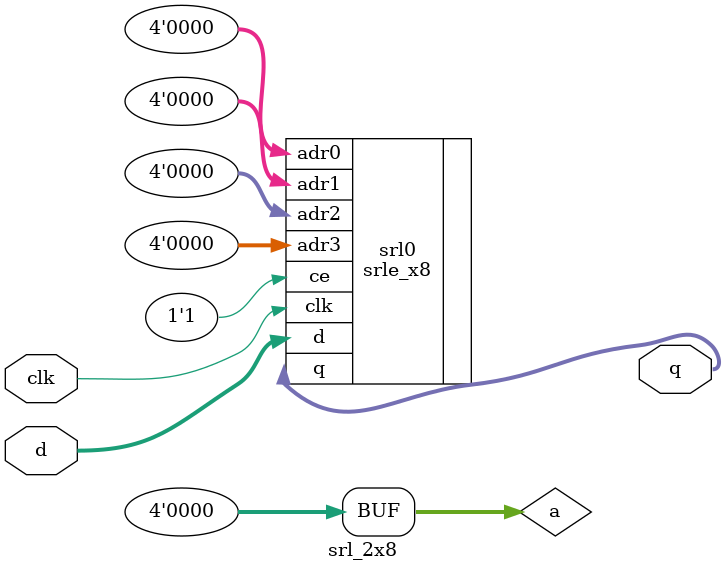
<source format=v>
module srl_2x8 ( clk, d, q );
	// synthesis attribute keep_hierarchy srl_2x8 "true";
	input clk;
	input [7:0] d;
	output [7:0] q;
	parameter V6 = 0;
	// leda XV2_1603 off Instantiated shift register SRL16 detected
	// leda XV2P_1603 off Instantiated shift register SRL16 detected
	// leda XV4_1603 off Instantiated shift register SRL16 detected
	wire [3:0] a;
	assign a = 4'd 0;
	srle_x8 #(.V6(V6)) srl0 (.clk(clk), .ce(1'b1), .d(d[7:0]), .adr0(a), .adr1(a), .adr2(a), .adr3(a), .q(q[7:0]));
	// leda XV2_1603 on Instantiated shift register SRL16 detected
	// leda XV2P_1603 on Instantiated shift register SRL16 detected
	// leda XV4_1603 on Instantiated shift register SRL16 detected
endmodule
</source>
